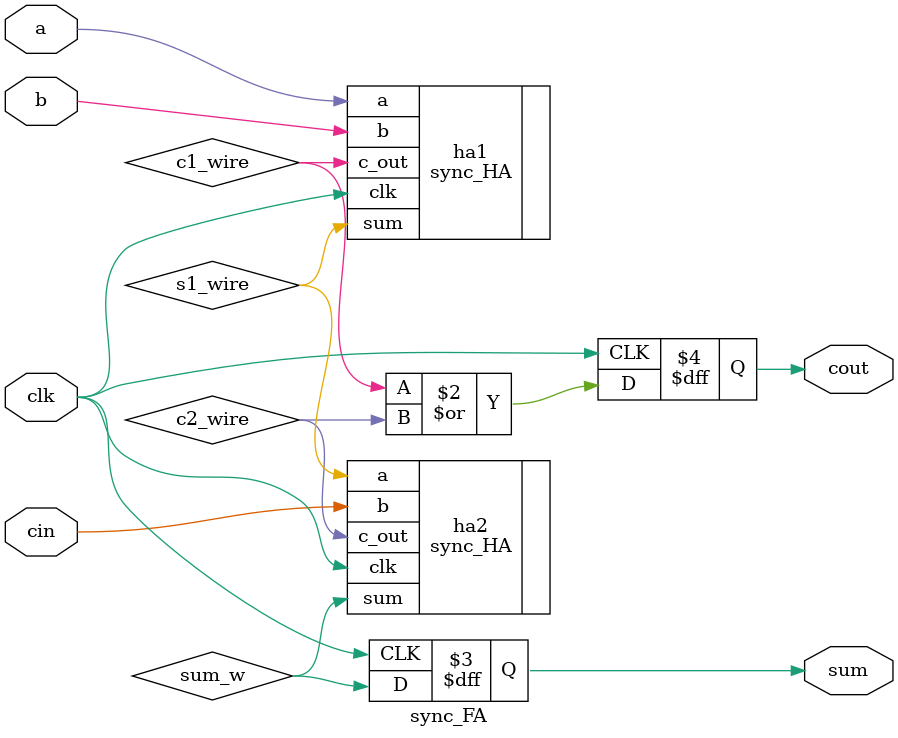
<source format=v>
module sync_FA(
    input a,
    input b,
    input cin,
    input clk,
    output reg sum,
    output reg cout
);

    wire s1_wire, c1_wire, c2_wire, sum_w;

    sync_HA ha1 (
        .a(a),
        .b(b),
        .clk(clk),
        .sum(s1_wire),
        .c_out(c1_wire)
    );

    sync_HA ha2 (
        .a(s1_wire),
        .b(cin),
        .clk(clk),
        .sum(sum_w),
        .c_out(c2_wire)
    );

    always @(posedge clk) begin
    	sum <= sum_w;
        cout <= c1_wire | c2_wire;
    end

endmodule


</source>
